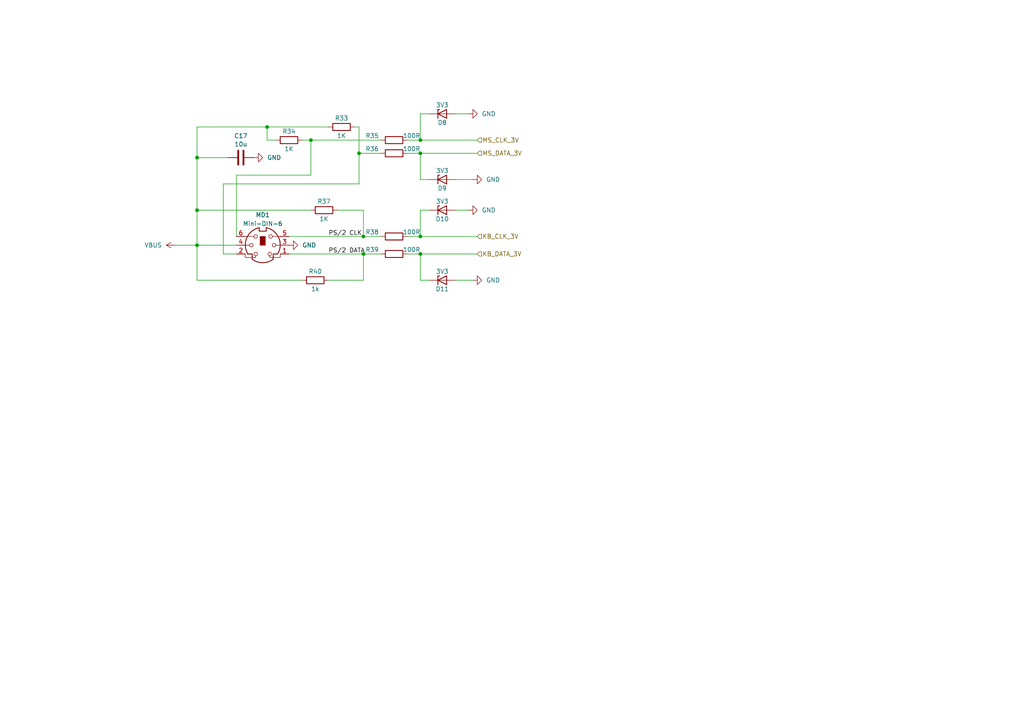
<source format=kicad_sch>
(kicad_sch (version 20250114) (generator "eeschema") (generator_version "9.0")
  (paper "A4")
  (title_block (title "MiniFRANK RM24") (date "2025-03-14") (rev "1.00") (company "Mikhail Matveev") (comment 1 "https://github.com/xtremespb/frank"))
  (lib_symbols
    (symbol "Connector:Mini-DIN-6" (pin_names (offset 1.016))
      (property "Reference" "J" (at 0 6.35 0))
      (property "Value" "Mini-DIN-6" (at 0 -6.35 0))
      (symbol "Mini-DIN-6_0_1"
        (polyline (pts (xy -4.318 -2.54) (xy -3.048 -2.54) (xy -3.048 -4.064)) (stroke (width 0.254)))
        (polyline (pts (xy -3.81 0) (xy -5.08 0)))
        (circle (center -3.302 0) (radius 0.508))
        (polyline (pts (xy -2.54 2.54) (xy -5.08 2.54)))
        (circle (center -2.032 2.54) (radius 0.508))
        (circle (center -2.032 -2.54) (radius 0.508))
        (polyline (pts (xy -2.032 -3.048) (xy -2.032 -3.556) (xy -5.08 -3.556) (xy -5.08 -2.54)))
        (polyline (pts (xy -1.016 5.08) (xy -1.016 4.064) (xy 1.016 4.064) (xy 1.016 5.08)) (stroke (width 0.254)))
        (rectangle (start -0.762 2.54) (end 0.762 0) (fill (type outline)))
        (arc (start 3.048 -4.064) (mid 0 -5.08) (end -3.048 -4.064) (stroke (width 0.254)))
        (arc (start 1.016 5.08) (mid 4.6646 2.1356) (end 4.318 -2.54) (stroke (width 0.254)))
        (arc (start -4.318 -2.54) (mid -4.6241 2.1181) (end -1.016 5.08) (stroke (width 0.254)))
        (circle (center 2.032 -2.54) (radius 0.508))
        (polyline (pts (xy 2.032 -3.048) (xy 2.032 -3.556) (xy 5.08 -3.556) (xy 5.08 -2.54)))
        (circle (center 2.286 2.54) (radius 0.508))
        (polyline (pts (xy 2.794 2.54) (xy 5.08 2.54)))
        (circle (center 3.302 0) (radius 0.508))
        (polyline (pts (xy 4.318 -2.54) (xy 3.048 -2.54) (xy 3.048 -4.064)) (stroke (width 0.254)))
        (polyline (pts (xy 5.08 0) (xy 3.81 0)))
      )
      (symbol "Mini-DIN-6_1_1"
        (pin passive line (at -7.62 2.54 0) (length 2.54) (name "~") (number "6"))
        (pin passive line (at -7.62 0 0) (length 2.54) (name "~") (number "4"))
        (pin passive line (at -7.62 -2.54 0) (length 2.54) (name "~") (number "2"))
        (pin passive line (at 7.62 2.54 180) (length 2.54) (name "~") (number "5"))
        (pin passive line (at 7.62 0 180) (length 2.54) (name "~") (number "3"))
        (pin passive line (at 7.62 -2.54 180) (length 2.54) (name "~") (number "1"))
      )
    )
    (symbol "Device:C" (pin_numbers (hide yes)) (pin_names (offset 0.254))
      (property "Reference" "C" (at 0.635 2.54 0))
      (property "Value" "C" (at 0.635 -2.54 0))
      (symbol "C_0_1"
        (polyline (pts (xy -2.032 0.762) (xy 2.032 0.762)) (stroke (width 0.508)))
        (polyline (pts (xy -2.032 -0.762) (xy 2.032 -0.762)) (stroke (width 0.508)))
      )
      (symbol "C_1_1"
        (pin passive line (at 0 3.81 270) (length 2.794) (name "~") (number "1"))
        (pin passive line (at 0 -3.81 90) (length 2.794) (name "~") (number "2"))
      )
    )
    (symbol "Device:D_Zener" (pin_numbers (hide yes)) (pin_names (offset 1.016) (hide yes))
      (property "Reference" "D" (at 0 2.54 0))
      (property "Value" "D_Zener" (at 0 -2.54 0))
      (symbol "D_Zener_0_1"
        (polyline (pts (xy -1.27 -1.27) (xy -1.27 1.27) (xy -0.762 1.27)) (stroke (width 0.254)))
        (polyline (pts (xy 1.27 0) (xy -1.27 0)))
        (polyline (pts (xy 1.27 -1.27) (xy 1.27 1.27) (xy -1.27 0) (xy 1.27 -1.27)) (stroke (width 0.254)))
      )
      (symbol "D_Zener_1_1"
        (pin passive line (at -3.81 0 0) (length 2.54) (name "K") (number "1"))
        (pin passive line (at 3.81 0 180) (length 2.54) (name "A") (number "2"))
      )
    )
    (symbol "Device:R" (pin_numbers (hide yes)) (pin_names (offset 0))
      (property "Reference" "R" (at 2.032 0 90))
      (property "Value" "R" (at 0 0 90))
      (symbol "R_0_1"
        (rectangle (start -1.016 -2.54) (end 1.016 2.54) (stroke (width 0.254)))
      )
      (symbol "R_1_1"
        (pin passive line (at 0 3.81 270) (length 1.27) (name "~") (number "1"))
        (pin passive line (at 0 -3.81 90) (length 1.27) (name "~") (number "2"))
      )
    )
    (symbol "GND_2" (power) (pin_numbers (hide yes)) (pin_names (offset 0) (hide yes))
      (property "Value" "GND" (at 0 -3.81 0))
      (symbol "GND_2_0_1"
        (polyline (pts (xy 0 0) (xy 0 -1.27) (xy 1.27 -1.27) (xy 0 -2.54) (xy -1.27 -1.27) (xy 0 -1.27)))
      )
      (symbol "GND_2_1_1"
        (pin power_in line (at 0 0 270) (length 0) (name "~") (number "1"))
      )
    )
    (symbol "power:VBUS" (power) (pin_numbers (hide yes)) (pin_names (offset 0) (hide yes))
      (property "Value" "VBUS" (at 0 3.556 0))
      (symbol "VBUS_0_1"
        (polyline (pts (xy -0.762 1.27) (xy 0 2.54)))
        (polyline (pts (xy 0 2.54) (xy 0.762 1.27)))
        (polyline (pts (xy 0 0) (xy 0 2.54)))
      )
      (symbol "VBUS_1_1"
        (pin power_in line (at 0 0 90) (length 0) (name "~") (number "1"))
      )
    )
  )
  (junction (at 121.92 40.64))
  (junction (at 105.41 68.58))
  (junction (at 90.17 40.64))
  (junction (at 57.15 60.96))
  (junction (at 105.41 73.66))
  (junction (at 57.15 71.12))
  (junction (at 77.47 36.83))
  (junction (at 104.14 44.45))
  (junction (at 121.92 73.66))
  (junction (at 121.92 68.58))
  (junction (at 121.92 44.45))
  (junction (at 57.15 45.72))
  (wire (pts (xy 121.92 68.58) (xy 138.43 68.58)))
  (wire (pts (xy 104.14 44.45) (xy 104.14 53.34)))
  (wire (pts (xy 110.49 40.64) (xy 90.17 40.64)))
  (wire (pts (xy 121.92 52.07) (xy 121.92 44.45)))
  (wire (pts (xy 105.41 81.28) (xy 105.41 73.66)))
  (wire (pts (xy 132.08 33.02) (xy 135.89 33.02)))
  (wire (pts (xy 110.49 44.45) (xy 104.14 44.45)))
  (wire (pts (xy 57.15 36.83) (xy 57.15 45.72)))
  (wire (pts (xy 57.15 81.28) (xy 87.63 81.28)))
  (wire (pts (xy 121.92 81.28) (xy 121.92 73.66)))
  (wire (pts (xy 124.46 33.02) (xy 121.92 33.02)))
  (wire (pts (xy 57.15 60.96) (xy 57.15 71.12)))
  (wire (pts (xy 121.92 40.64) (xy 118.11 40.64)))
  (wire (pts (xy 90.17 50.8) (xy 68.58 50.8)))
  (wire (pts (xy 121.92 44.45) (xy 118.11 44.45)))
  (wire (pts (xy 97.79 60.96) (xy 105.41 60.96)))
  (wire (pts (xy 83.82 73.66) (xy 105.41 73.66)))
  (wire (pts (xy 90.17 40.64) (xy 90.17 50.8)))
  (wire (pts (xy 104.14 53.34) (xy 64.77 53.34)))
  (wire (pts (xy 57.15 71.12) (xy 68.58 71.12)))
  (wire (pts (xy 121.92 73.66) (xy 138.43 73.66)))
  (wire (pts (xy 132.08 60.96) (xy 135.89 60.96)))
  (wire (pts (xy 104.14 36.83) (xy 104.14 44.45)))
  (wire (pts (xy 83.82 68.58) (xy 105.41 68.58)))
  (wire (pts (xy 57.15 45.72) (xy 57.15 60.96)))
  (wire (pts (xy 105.41 68.58) (xy 110.49 68.58)))
  (wire (pts (xy 64.77 73.66) (xy 64.77 53.34)))
  (wire (pts (xy 68.58 73.66) (xy 64.77 73.66)))
  (wire (pts (xy 57.15 81.28) (xy 57.15 71.12)))
  (wire (pts (xy 77.47 40.64) (xy 77.47 36.83)))
  (wire (pts (xy 124.46 81.28) (xy 121.92 81.28)))
  (wire (pts (xy 105.41 60.96) (xy 105.41 68.58)))
  (wire (pts (xy 57.15 45.72) (xy 66.04 45.72)))
  (wire (pts (xy 105.41 73.66) (xy 110.49 73.66)))
  (wire (pts (xy 121.92 60.96) (xy 121.92 68.58)))
  (wire (pts (xy 124.46 52.07) (xy 121.92 52.07)))
  (wire (pts (xy 102.87 36.83) (xy 104.14 36.83)))
  (wire (pts (xy 121.92 73.66) (xy 118.11 73.66)))
  (wire (pts (xy 68.58 68.58) (xy 68.58 50.8)))
  (wire (pts (xy 121.92 44.45) (xy 138.43 44.45)))
  (wire (pts (xy 50.8 71.12) (xy 57.15 71.12)))
  (wire (pts (xy 121.92 40.64) (xy 138.43 40.64)))
  (wire (pts (xy 57.15 60.96) (xy 90.17 60.96)))
  (wire (pts (xy 87.63 40.64) (xy 90.17 40.64)))
  (wire (pts (xy 80.01 40.64) (xy 77.47 40.64)))
  (wire (pts (xy 132.08 52.07) (xy 137.16 52.07)))
  (wire (pts (xy 124.46 60.96) (xy 121.92 60.96)))
  (wire (pts (xy 95.25 36.83) (xy 77.47 36.83)))
  (wire (pts (xy 132.08 81.28) (xy 137.16 81.28)))
  (wire (pts (xy 121.92 33.02) (xy 121.92 40.64)))
  (wire (pts (xy 121.92 68.58) (xy 118.11 68.58)))
  (wire (pts (xy 95.25 81.28) (xy 105.41 81.28)))
  (wire (pts (xy 77.47 36.83) (xy 57.15 36.83)))
  (label "PS{slash}2 DATA" (at 95.25 73.66 0))
  (label "PS{slash}2 CLK" (at 95.25 68.58 0))
  (hierarchical_label "KB_DATA_3V" (shape input) (at 138.43 73.66 0))
  (hierarchical_label "MS_DATA_3V" (shape input) (at 138.43 44.45 0))
  (hierarchical_label "MS_CLK_3V" (shape input) (at 138.43 40.64 0))
  (hierarchical_label "KB_CLK_3V" (shape input) (at 138.43 68.58 0))
  (symbol (lib_id "Device:R") (at 114.3 44.45 90) (unit 1)
    (property "Reference" "R14" (at 107.95 43.18 90))
    (property "Value" "100R" (at 119.38 43.18 90))
    (property "Footprint" "FRANK:Resistor (0805)" (effects (hide yes)))
    (property "Datasheet" "https://www.vishay.com/docs/28952/mcs0402at-mct0603at-mcu0805at-mca1206at.pdf" (effects (hide yes)))
    (property "AliExpress" "https://www.aliexpress.com/item/1005005945735199.html" (effects (hide yes)))
    (instances (project "38NJU24" (path "" (reference "R36") (unit 1))) (project "valera-2350A" (path "" (reference "R14") (unit 1))))
  )
  (symbol (lib_id "Device:R") (at 99.06 36.83 90) (unit 1)
    (property "Reference" "R11" (at 99.06 34.29 90))
    (property "Value" "1K" (at 99.06 39.37 90))
    (property "Footprint" "FRANK:Resistor (0805)" (effects (hide yes)))
    (property "Datasheet" "https://www.vishay.com/docs/28952/mcs0402at-mct0603at-mcu0805at-mca1206at.pdf" (effects (hide yes)))
    (property "AliExpress" "https://www.vishay.com/docs/28952/mcs0402at-mct0603at-mcu0805at-mca1206at.pdf" (effects (hide yes)))
    (instances (project "38NJU24" (path "" (reference "R33") (unit 1))) (project "valera-2350A" (path "" (reference "R11") (unit 1))))
  )
  (symbol (lib_id "Device:D_Zener") (at 128.27 81.28 0) (unit 1)
    (property "Reference" "D4" (at 128.27 83.82 0))
    (property "Value" "3V3" (at 128.27 78.74 0))
    (property "Footprint" "FRANK:Diode (SOD-323)" (effects (hide yes)))
    (property "Datasheet" "https://diotec.com/request/datasheet/mms3z2b4gw.pdf" (effects (hide yes)))
    (property "AliExpress" "https://www.aliexpress.com/item/1005006143480992.html" (effects (hide yes)))
    (instances (project "38NJU24" (path "" (reference "D11") (unit 1))) (project "valera-2350A" (path "" (reference "D4") (unit 1))))
  )
  (symbol (lib_id "Device:C") (at 69.85 45.72 90) (unit 1)
    (property "Reference" "C9" (at 69.85 39.4165 90))
    (property "Value" "10u" (at 69.85 41.8408 90))
    (property "Footprint" "FRANK:Capacitor (0805)" (effects (hide yes)))
    (property "Datasheet" "https://eu.mouser.com/datasheet/2/40/KGM_X7R-3223212.pdf" (effects (hide yes)))
    (property "AliExpress" "https://www.aliexpress.com/item/33008008276.html" (effects (hide yes)))
    (instances (project "38NJU24" (path "" (reference "C17") (unit 1))) (project "valera-2350A" (path "" (reference "C9") (unit 1))))
  )
  (symbol (lib_name "GND_2") (lib_id "power:GND") (at 135.89 33.02 90) (unit 1)
    (property "Reference" "#PWR025" (effects (hide yes)))
    (property "Value" "GND" (at 139.7 33.0199 90) (effects (justify right)))
    (property "Description" "Power symbol creates a global label with name \"GND\" , ground" (effects (hide yes)))
    (instances (project "38NJU24" (path "" (reference "#PWR032") (unit 1))) (project "valera-2350A" (path "" (reference "#PWR025") (unit 1))))
  )
  (symbol (lib_id "Device:R") (at 114.3 68.58 90) (unit 1)
    (property "Reference" "R16" (at 107.95 67.31 90))
    (property "Value" "100R" (at 119.38 67.31 90))
    (property "Footprint" "FRANK:Resistor (0805)" (effects (hide yes)))
    (property "Datasheet" "https://www.vishay.com/docs/28952/mcs0402at-mct0603at-mcu0805at-mca1206at.pdf" (effects (hide yes)))
    (property "AliExpress" "https://www.aliexpress.com/item/1005005945735199.html" (effects (hide yes)))
    (instances (project "38NJU24" (path "" (reference "R38") (unit 1))) (project "valera-2350A" (path "" (reference "R16") (unit 1))))
  )
  (symbol (lib_name "GND_2") (lib_id "power:GND") (at 83.82 71.12 90) (unit 1)
    (property "Reference" "#PWR030" (effects (hide yes)))
    (property "Value" "GND" (at 87.63 71.1199 90) (effects (justify right)))
    (property "Description" "Power symbol creates a global label with name \"GND\" , ground" (effects (hide yes)))
    (instances (project "38NJU24" (path "" (reference "#PWR037") (unit 1))) (project "valera-2350A" (path "" (reference "#PWR030") (unit 1))))
  )
  (symbol (lib_id "Device:D_Zener") (at 128.27 60.96 0) (unit 1)
    (property "Reference" "D3" (at 128.27 63.5 0))
    (property "Value" "3V3" (at 128.27 58.42 0))
    (property "Footprint" "FRANK:Diode (SOD-323)" (effects (hide yes)))
    (property "Datasheet" "https://diotec.com/request/datasheet/mms3z2b4gw.pdf" (effects (hide yes)))
    (property "AliExpress" "https://www.aliexpress.com/item/1005006143480992.html" (effects (hide yes)))
    (instances (project "38NJU24" (path "" (reference "D10") (unit 1))) (project "valera-2350A" (path "" (reference "D3") (unit 1))))
  )
  (symbol (lib_id "Device:R") (at 83.82 40.64 90) (unit 1)
    (property "Reference" "R12" (at 83.82 38.1 90))
    (property "Value" "1K" (at 83.82 43.18 90))
    (property "Footprint" "FRANK:Resistor (0805)" (effects (hide yes)))
    (property "Datasheet" "https://www.vishay.com/docs/28952/mcs0402at-mct0603at-mcu0805at-mca1206at.pdf" (effects (hide yes)))
    (property "AliExpress" "https://www.vishay.com/docs/28952/mcs0402at-mct0603at-mcu0805at-mca1206at.pdf" (effects (hide yes)))
    (instances (project "38NJU24" (path "" (reference "R34") (unit 1))) (project "valera-2350A" (path "" (reference "R12") (unit 1))))
  )
  (symbol (lib_id "Connector:Mini-DIN-6") (at 76.2 71.12 0) (unit 1)
    (property "Reference" "J7" (at 76.2177 62.3402 0))
    (property "Value" "Mini-DIN-6" (at 76.2177 64.8771 0))
    (property "Footprint" "FRANK:MiniDIN (6 Pin, female)" (effects (hide yes)))
    (property "Datasheet" "http://service.powerdynamics.com/ec/Catalog17/Section%2011.pdf" (effects (hide yes)))
    (property "Description" "6-pin Mini-DIN connector" (effects (hide yes)))
    (property "AliExpress" "https://www.aliexpress.com/item/4000106131593.html" (effects (hide yes)))
    (instances (project "38NJU24" (path "" (reference "MD1") (unit 1))) (project "valera-2350A" (path "" (reference "J7") (unit 1))))
  )
  (symbol (lib_name "GND_2") (lib_id "power:GND") (at 135.89 60.96 90) (unit 1)
    (property "Reference" "#PWR028" (effects (hide yes)))
    (property "Value" "GND" (at 139.7 60.9599 90) (effects (justify right)))
    (property "Description" "Power symbol creates a global label with name \"GND\" , ground" (effects (hide yes)))
    (instances (project "38NJU24" (path "" (reference "#PWR035") (unit 1))) (project "valera-2350A" (path "" (reference "#PWR028") (unit 1))))
  )
  (symbol (lib_name "GND_2") (lib_id "power:GND") (at 73.66 45.72 90) (unit 1)
    (property "Reference" "#PWR026" (effects (hide yes)))
    (property "Value" "GND" (at 77.47 45.7199 90) (effects (justify right)))
    (property "Description" "Power symbol creates a global label with name \"GND\" , ground" (effects (hide yes)))
    (instances (project "38NJU24" (path "" (reference "#PWR033") (unit 1))) (project "valera-2350A" (path "" (reference "#PWR026") (unit 1))))
  )
  (symbol (lib_name "GND_2") (lib_id "power:GND") (at 137.16 81.28 90) (unit 1)
    (property "Reference" "#PWR031" (effects (hide yes)))
    (property "Value" "GND" (at 140.97 81.2799 90) (effects (justify right)))
    (property "Description" "Power symbol creates a global label with name \"GND\" , ground" (effects (hide yes)))
    (instances (project "38NJU24" (path "" (reference "#PWR038") (unit 1))) (project "valera-2350A" (path "" (reference "#PWR031") (unit 1))))
  )
  (symbol (lib_id "Device:D_Zener") (at 128.27 33.02 0) (unit 1)
    (property "Reference" "D1" (at 128.27 35.56 0))
    (property "Value" "3V3" (at 128.27 30.48 0))
    (property "Footprint" "FRANK:Diode (SOD-323)" (effects (hide yes)))
    (property "Datasheet" "https://diotec.com/request/datasheet/mms3z2b4gw.pdf" (effects (hide yes)))
    (property "AliExpress" "https://www.aliexpress.com/item/1005006143480992.html" (effects (hide yes)))
    (instances (project "38NJU24" (path "" (reference "D8") (unit 1))) (project "valera-2350A" (path "" (reference "D1") (unit 1))))
  )
  (symbol (lib_name "GND_2") (lib_id "power:GND") (at 137.16 52.07 90) (unit 1)
    (property "Reference" "#PWR027" (effects (hide yes)))
    (property "Value" "GND" (at 140.97 52.0699 90) (effects (justify right)))
    (property "Description" "Power symbol creates a global label with name \"GND\" , ground" (effects (hide yes)))
    (instances (project "38NJU24" (path "" (reference "#PWR034") (unit 1))) (project "valera-2350A" (path "" (reference "#PWR027") (unit 1))))
  )
  (symbol (lib_id "power:VBUS") (at 50.8 71.12 90) (unit 1)
    (property "Reference" "#PWR029" (effects (hide yes)))
    (property "Value" "VBUS" (at 46.99 71.1199 90) (effects (justify left)))
    (property "Description" "Power symbol creates a global label with name \"VBUS\"" (effects (hide yes)))
    (instances (project "" (path "" (reference "#PWR036") (unit 1))) (project "valera-2350A" (path "" (reference "#PWR029") (unit 1))))
  )
  (symbol (lib_id "Device:R") (at 114.3 73.66 90) (unit 1)
    (property "Reference" "R17" (at 107.95 72.39 90))
    (property "Value" "100R" (at 119.38 72.39 90))
    (property "Footprint" "FRANK:Resistor (0805)" (effects (hide yes)))
    (property "Datasheet" "https://www.vishay.com/docs/28952/mcs0402at-mct0603at-mcu0805at-mca1206at.pdf" (effects (hide yes)))
    (property "AliExpress" "https://www.aliexpress.com/item/1005005945735199.html" (effects (hide yes)))
    (instances (project "38NJU24" (path "" (reference "R39") (unit 1))) (project "valera-2350A" (path "" (reference "R17") (unit 1))))
  )
  (symbol (lib_id "Device:D_Zener") (at 128.27 52.07 0) (unit 1)
    (property "Reference" "D2" (at 128.27 54.61 0))
    (property "Value" "3V3" (at 128.27 49.53 0))
    (property "Footprint" "FRANK:Diode (SOD-323)" (effects (hide yes)))
    (property "Datasheet" "https://diotec.com/request/datasheet/mms3z2b4gw.pdf" (effects (hide yes)))
    (property "AliExpress" "https://www.aliexpress.com/item/1005006143480992.html" (effects (hide yes)))
    (instances (project "38NJU24" (path "" (reference "D9") (unit 1))) (project "valera-2350A" (path "" (reference "D2") (unit 1))))
  )
  (symbol (lib_id "Device:R") (at 91.44 81.28 90) (unit 1)
    (property "Reference" "R18" (at 91.44 78.74 90))
    (property "Value" "1k" (at 91.44 83.82 90))
    (property "Footprint" "FRANK:Resistor (0805)" (effects (hide yes)))
    (property "Datasheet" "https://www.vishay.com/docs/28952/mcs0402at-mct0603at-mcu0805at-mca1206at.pdf" (effects (hide yes)))
    (property "AliExpress" "https://www.aliexpress.com/item/1005005945735199.html" (effects (hide yes)))
    (instances (project "38NJU24" (path "" (reference "R40") (unit 1))) (project "valera-2350A" (path "" (reference "R18") (unit 1))))
  )
  (symbol (lib_id "Device:R") (at 114.3 40.64 90) (unit 1)
    (property "Reference" "R13" (at 107.95 39.37 90))
    (property "Value" "100R" (at 119.38 39.37 90))
    (property "Footprint" "FRANK:Resistor (0805)" (effects (hide yes)))
    (property "Datasheet" "https://www.vishay.com/docs/28952/mcs0402at-mct0603at-mcu0805at-mca1206at.pdf" (effects (hide yes)))
    (property "AliExpress" "https://www.aliexpress.com/item/1005005945735199.html" (effects (hide yes)))
    (instances (project "38NJU24" (path "" (reference "R35") (unit 1))) (project "valera-2350A" (path "" (reference "R13") (unit 1))))
  )
  (symbol (lib_id "Device:R") (at 93.98 60.96 90) (unit 1)
    (property "Reference" "R15" (at 93.98 58.42 90))
    (property "Value" "1K" (at 93.98 63.5 90))
    (property "Footprint" "FRANK:Resistor (0805)" (effects (hide yes)))
    (property "Datasheet" "https://www.vishay.com/docs/28952/mcs0402at-mct0603at-mcu0805at-mca1206at.pdf" (effects (hide yes)))
    (property "AliExpress" "https://www.vishay.com/docs/28952/mcs0402at-mct0603at-mcu0805at-mca1206at.pdf" (effects (hide yes)))
    (instances (project "38NJU24" (path "" (reference "R37") (unit 1))) (project "valera-2350A" (path "" (reference "R15") (unit 1))))
  )
)
</source>
